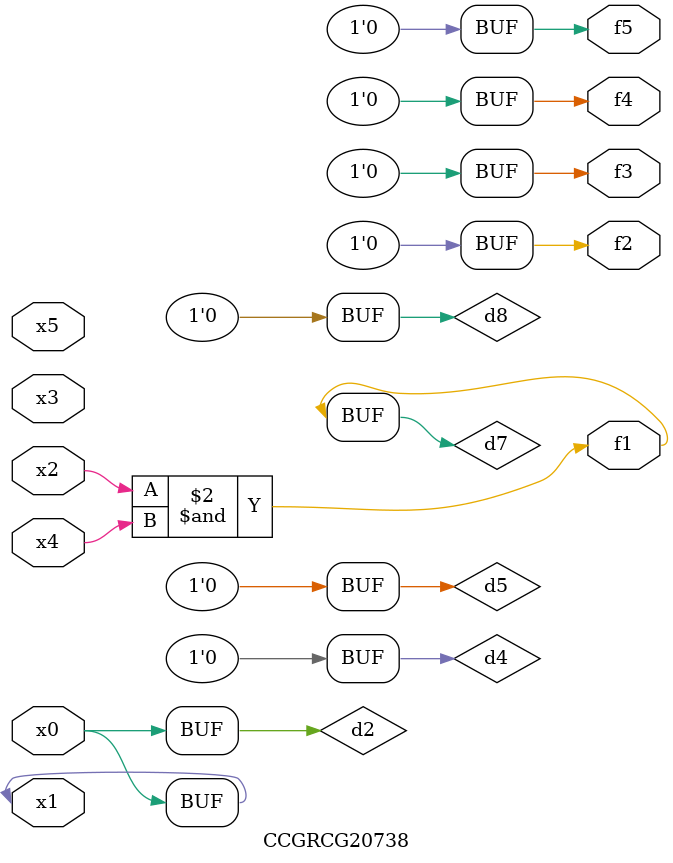
<source format=v>
module CCGRCG20738(
	input x0, x1, x2, x3, x4, x5,
	output f1, f2, f3, f4, f5
);

	wire d1, d2, d3, d4, d5, d6, d7, d8, d9;

	nand (d1, x1);
	buf (d2, x0, x1);
	nand (d3, x2, x4);
	and (d4, d1, d2);
	and (d5, d1, d2);
	nand (d6, d1, d3);
	not (d7, d3);
	xor (d8, d5);
	nor (d9, d5, d6);
	assign f1 = d7;
	assign f2 = d8;
	assign f3 = d8;
	assign f4 = d8;
	assign f5 = d8;
endmodule

</source>
